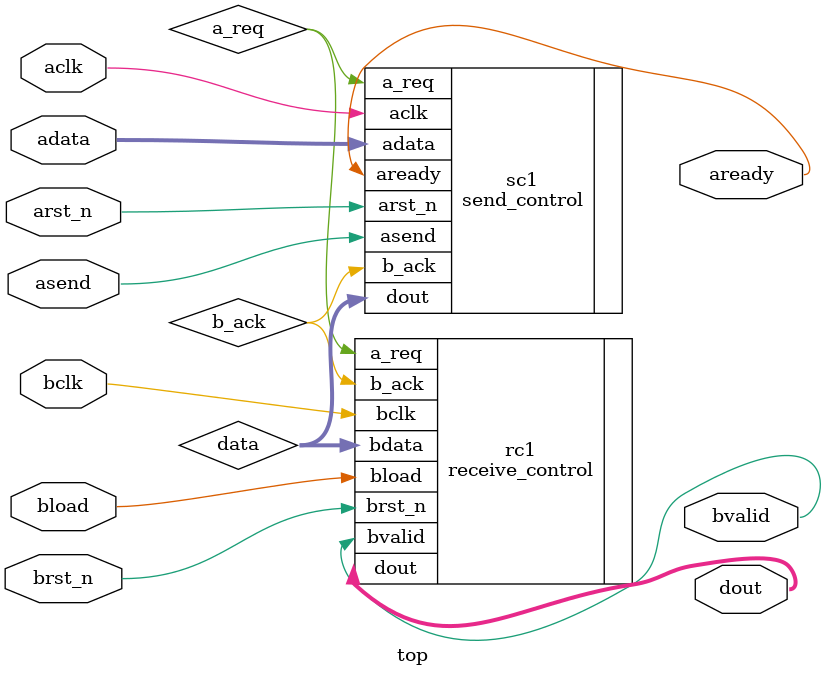
<source format=v>
`timescale 1ns / 1ps


module top
#(parameter WIDTH_D = 8)
(
    input  [WIDTH_D-1:0]adata,
    input  aclk,
    input  arst_n,
    input  asend,            
    input  bclk,
    input  brst_n,
    input  bload,
    output [WIDTH_D-1:0]dout,
    output aready,  
    output bvalid
);


wire[WIDTH_D-1:0]data;
wire a_req,b_ack;

send_control sc1
(
    .adata(adata),
    .aclk(aclk),
    .arst_n(arst_n),
    .asend(asend),
    .b_ack(b_ack),             
    .dout(data),
    .aready(aready),
    .a_req(a_req)
);

receive_control rc1
(
    .bdata(data),
    .bclk(bclk),
    .brst_n(brst_n),
    .bload(bload),
    .a_req(a_req),
    .dout(dout),
    .b_ack(b_ack),
    .bvalid(bvalid)
);


endmodule

</source>
